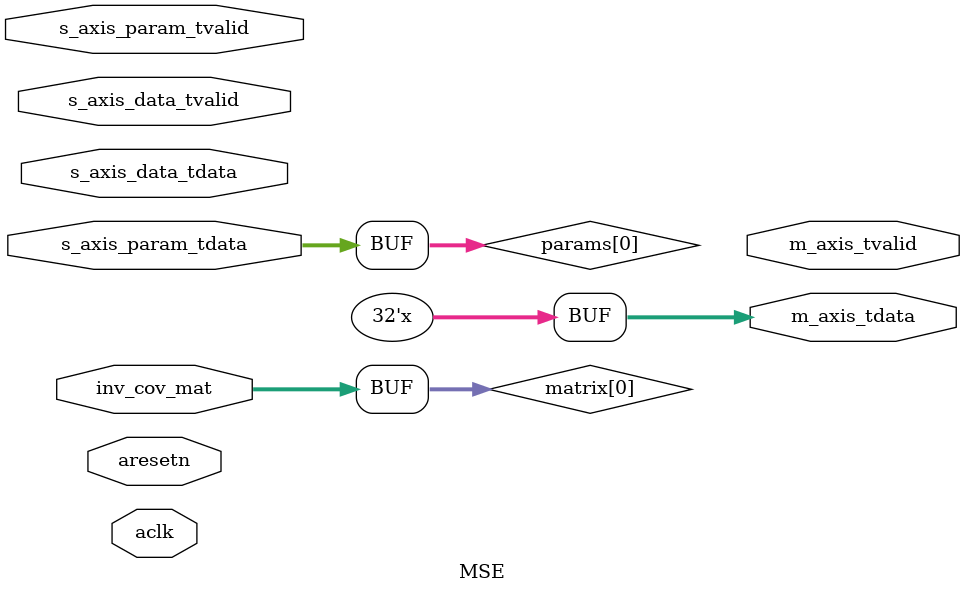
<source format=v>
`timescale 1ns / 1ps


module MSE #
    (
        parameter integer AXIS_TDATA_WIDTH  = 16,
        parameter integer PARAMETERS        = 1,
        parameter integer PARAM_WIDTH       = 16,
        parameter integer MAT_WIDTH         = 16,
        parameter integer OUTPUT_WIDTH      = 32
    )
    (
        input aclk,
        input aresetn,
        input [AXIS_TDATA_WIDTH - 1 : 0] s_axis_data_tdata, 
        input s_axis_data_tvalid,
        input [PARAM_WIDTH * PARAMETERS - 1 : 0] s_axis_param_tdata,
        input s_axis_param_tvalid,
        input [MAT_WIDTH * PARAMETERS * PARAMETERS - 1 : 0] inv_cov_mat,
        output [OUTPUT_WIDTH - 1 : 0] m_axis_tdata,
        output m_axis_tvalid
    );
        wire [PARAM_WIDTH - 1 : 0] params [PARAMETERS - 1 : 0];
        wire [MAT_WIDTH - 1 : 0] matrix [PARAMETERS - 1 : 0][PARAMETERS - 1 : 0];
        reg [4 * AXIS_TDATA_WIDTH - 1 : 0] int_inv_cov_mat [$clog2(PARAMETERS) * 2 + 1 : 0][PARAMETERS - 1 : 0][PARAMETERS - 1 : 0]; //Overallocation will be optimized out during synthesis

        genvar i;
        genvar j;
        genvar k;
        
        //Unpack Variables
        generate
            for (i = 0; i < PARAMETERS; i = i + 1) begin
                assign params[i] = s_axis_param_tdata[(i+1) * PARAM_WIDTH - 1 : i * PARAM_WIDTH];
                for (j = 0; j < PARAMETERS; j = j + 1) begin
                    assign matrix[i][j] = inv_cov_mat[(i * PARAMETERS + j + 1) * MAT_WIDTH - 1 : (i * PARAMETERS + j) * MAT_WIDTH];
                end
            end
        endgenerate 
        
        //Multiply and contract lower trangular matrix
        //Honestly it would be faster to just rewrite this than attempting to understand this code. Just don't bother...
        generate
            for (i = 0; i < PARAMETERS; i = i + 1) begin
                always @ (posedge aclk) begin
                    int_inv_cov_mat[0][i][i] <= matrix[i][i] * params[i];
                end
                for (j = 0; j < i; j = j + 1) begin
                    always @ (posedge aclk) begin
                        int_inv_cov_mat[0][i][j] <= 2 * matrix[i][j] * params[j];
                    end
                end
                for (k = 1; k < $clog2(PARAMETERS) + 1; k = k + 1) begin
                    for (j = 0; j < i + 1; j = j + (2**k)) begin
                        if (j + 2**(k - 1) > i) begin
                            always @ (posedge aclk) begin
                                int_inv_cov_mat[k][i][j] <= int_inv_cov_mat[k-1][i][j];
                            end
                        end else begin
                            always @ (posedge aclk) begin
                                int_inv_cov_mat[k][i][j] <= int_inv_cov_mat[k-1][i][j] + int_inv_cov_mat[k-1][i][j + 2**(k - 1)];
                            end
                        end
                    end
                end
                always @ (posedge aclk) begin
                    int_inv_cov_mat[$clog2(PARAMETERS) + 1][i][0] <= int_inv_cov_mat[$clog2(PARAMETERS)][i][0] * params[i];
                end
            end
            
            for (k = $clog2(PARAMETERS) + 2; k < 2 * $clog2(PARAMETERS) + 2; k = k + 1) begin
                for (i = 0; i < PARAMETERS; i = i + (2**(k - ($clog2(PARAMETERS) + 1)))) begin
                    if (i + (2**(k - ($clog2(PARAMETERS) + 2))) > PARAMETERS - 1) begin
                        always @ (posedge aclk) begin
                            int_inv_cov_mat[k][i][0] <= int_inv_cov_mat[k-1][i][0];
                        end
                    end
                    else begin
                        always @ (posedge aclk) begin
                            int_inv_cov_mat[k][i][0] <= int_inv_cov_mat[k-1][i][0] + int_inv_cov_mat[k-1][i + (2**(k - ($clog2(PARAMETERS) + 2)))][0];
                        end
                    end
                end
            end
        endgenerate
        
        //assign m_axis_tdata = int_inv_cov_mat[2 * $clog2(PARAMETERS) + 1][0][0];
        assign m_axis_tdata = int_inv_cov_mat[5][0][0];
        
endmodule

</source>
